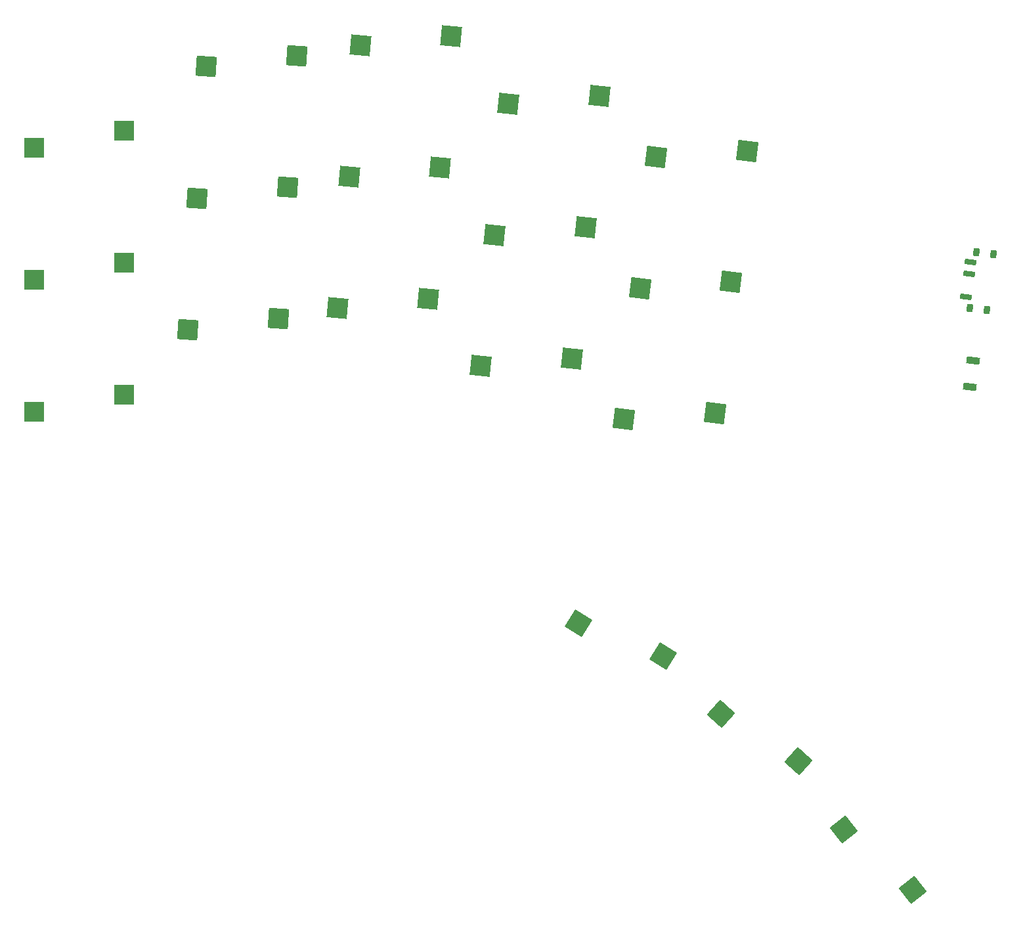
<source format=gbr>
%TF.GenerationSoftware,KiCad,Pcbnew,(6.0.10)*%
%TF.CreationDate,2022-12-29T01:24:58+02:00*%
%TF.ProjectId,fudim,66756469-6d2e-46b6-9963-61645f706362,v1.0.0*%
%TF.SameCoordinates,Original*%
%TF.FileFunction,Paste,Top*%
%TF.FilePolarity,Positive*%
%FSLAX46Y46*%
G04 Gerber Fmt 4.6, Leading zero omitted, Abs format (unit mm)*
G04 Created by KiCad (PCBNEW (6.0.10)) date 2022-12-29 01:24:58*
%MOMM*%
%LPD*%
G01*
G04 APERTURE LIST*
G04 Aperture macros list*
%AMRotRect*
0 Rectangle, with rotation*
0 The origin of the aperture is its center*
0 $1 length*
0 $2 width*
0 $3 Rotation angle, in degrees counterclockwise*
0 Add horizontal line*
21,1,$1,$2,0,0,$3*%
G04 Aperture macros list end*
%ADD10RotRect,2.600000X2.600000X318.000000*%
%ADD11RotRect,2.600000X2.600000X308.000000*%
%ADD12RotRect,2.600000X2.600000X353.000000*%
%ADD13RotRect,2.600000X2.600000X354.000000*%
%ADD14RotRect,0.900000X1.700000X263.000000*%
%ADD15R,2.600000X2.600000*%
%ADD16RotRect,2.600000X2.600000X356.000000*%
%ADD17RotRect,2.600000X2.600000X355.000000*%
%ADD18RotRect,1.000000X0.800000X83.000000*%
%ADD19RotRect,0.700000X1.500000X83.000000*%
%ADD20RotRect,2.600000X2.600000X328.000000*%
G04 APERTURE END LIST*
D10*
%TO.C,S33*%
X108268235Y-41348805D03*
X98212825Y-35255265D03*
%TD*%
D11*
%TO.C,S35*%
X122959671Y-57886066D03*
X114115158Y-50138997D03*
%TD*%
D12*
%TO.C,S27*%
X99558271Y20452918D03*
X87826251Y19676907D03*
%TD*%
D13*
%TO.C,S23*%
X82570479Y44420575D03*
X70853788Y43439930D03*
%TD*%
D14*
%TO.C,*%
X130367032Y6947608D03*
X130781388Y10322264D03*
%TD*%
D12*
%TO.C,S29*%
X101630050Y37326203D03*
X89898030Y36550192D03*
%TD*%
D15*
%TO.C,S5*%
X21275000Y39950000D03*
X9725000Y37750000D03*
%TD*%
D16*
%TO.C,S9*%
X42367933Y32665643D03*
X30692604Y31276689D03*
%TD*%
D15*
%TO.C,S1*%
X21275000Y5950000D03*
X9725000Y3750000D03*
%TD*%
D16*
%TO.C,S11*%
X43553793Y49624232D03*
X31878464Y48235278D03*
%TD*%
D17*
%TO.C,S17*%
X63477152Y52177426D03*
X51779361Y50992447D03*
%TD*%
D18*
%TO.C,*%
X132514887Y16809358D03*
X131211006Y24324277D03*
X130321360Y17078690D03*
X133404533Y24054945D03*
D19*
X129846822Y18547469D03*
X130212430Y21525108D03*
X130395234Y23013927D03*
%TD*%
D20*
%TO.C,S31*%
X90822347Y-27783531D03*
X79861569Y-23528670D03*
%TD*%
D16*
%TO.C,S7*%
X41182073Y15707054D03*
X29506744Y14318100D03*
%TD*%
D17*
%TO.C,S15*%
X61995504Y35242116D03*
X50297713Y34057137D03*
%TD*%
D13*
%TO.C,S21*%
X80793496Y27513703D03*
X69076805Y26533058D03*
%TD*%
D15*
%TO.C,S3*%
X21275000Y22950000D03*
X9725000Y20750000D03*
%TD*%
D17*
%TO.C,S13*%
X60513857Y18306806D03*
X48816066Y17121827D03*
%TD*%
D13*
%TO.C,S19*%
X79016512Y10606831D03*
X67299821Y9626186D03*
%TD*%
D12*
%TO.C,S25*%
X97486492Y3579634D03*
X85754472Y2803623D03*
%TD*%
M02*

</source>
